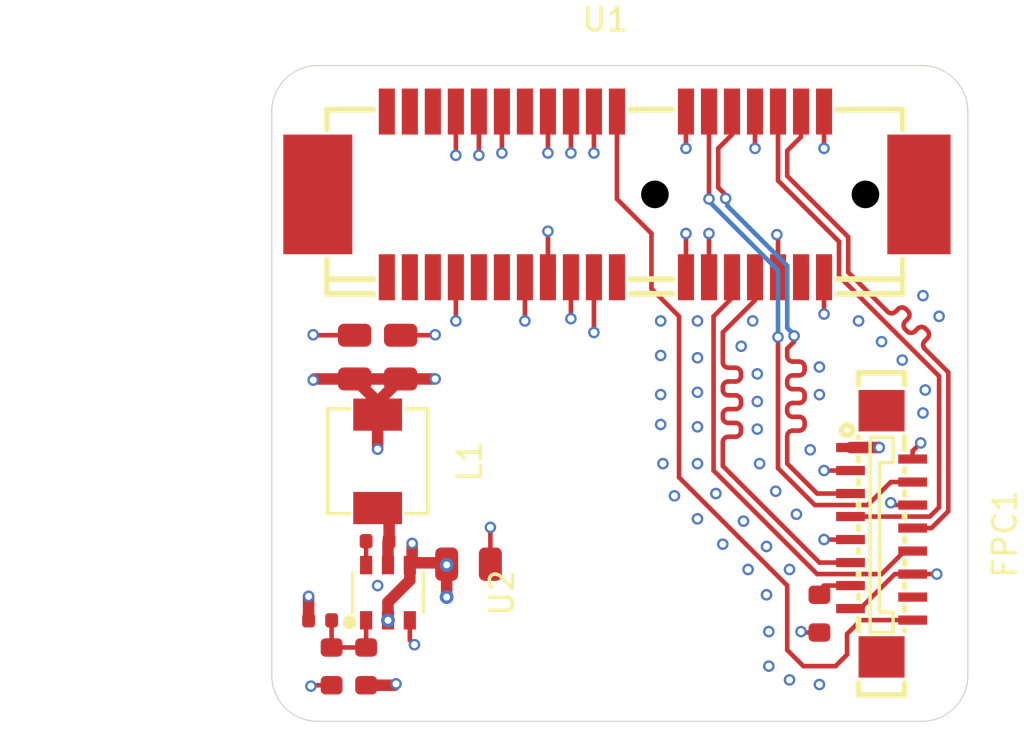
<source format=kicad_pcb>
(kicad_pcb (version 20241229) (generator "pcbnew") (generator_version "9.0")
  (title_block (title "Equip-1 PCIe Connector") (date "2025-09-09") (company "Computer Equipment Group"))
  (layers (0 "F.Cu" signal) (4 "In1.Cu" signal) (6 "In2.Cu" signal) (2 "B.Cu" signal) (13 "F.Paste" user) (15 "B.Paste" user) (5 "F.SilkS" user "F.Silkscreen") (7 "B.SilkS" user "B.Silkscreen") (1 "F.Mask" user) (3 "B.Mask" user) (25 "Edge.Cuts" user))
  (net 0 "")
  (net 1 "+5V")
  (net 2 "GND")
  (net 3 "Net-(U2-BOOT)")
  (net 4 "+3.3V")
  (net 5 "/PCIE_TX_P")
  (net 6 "/PCIE_TX_N")
  (net 7 "/PCIE_RX_N")
  (net 8 "/PCIE_CLK_N")
  (net 9 "/PCIE_CLK_P")
  (net 10 "/PCIE_RST_B")
  (net 11 "/PCIE_RX_P")
  (net 12 "Net-(U2-FB)")
  (net 24 "Net-(U2-LX)")
  (net 28 "Net-(FPC1-Pad13)")
  (footprint "PCM_JLCPCB:R_0603" (layer "F.Cu") (at 51.8 43.32 90)
    (property "Reference" "R1" (hide yes))
    (property "Value" "10kΩ")
    (pad "1" smd roundrect (at -0.82 0 90) (size 0.8 0.95) (layers "F.Cu" "F.Mask" "F.Paste") (net 4 "+3.3V"))
    (pad "2" smd roundrect (at 0.82 0 90) (size 0.8 0.95) (layers "F.Cu" "F.Mask" "F.Paste") (net 28 "Net-(FPC1-Pad13)"))
  )
  (footprint "PCM_JLCPCB:R_0603" (layer "F.Cu") (at 32.1 45.61 90)
    (property "Reference" "R2" (hide yes))
    (property "Value" "91kΩ")
    (pad "1" smd roundrect (at -0.82 0 90) (size 0.8 0.95) (layers "F.Cu" "F.Mask" "F.Paste") (net 4 "+3.3V"))
    (pad "2" smd roundrect (at 0.82 0 90) (size 0.8 0.95) (layers "F.Cu" "F.Mask" "F.Paste") (net 12 "Net-(U2-FB)"))
  )
  (footprint "PCM_JLCPCB:C_0805" (layer "F.Cu") (at 31.6 32.17 90)
    (property "Reference" "C5" (hide yes))
    (property "Value" "22uF")
    (pad "1" smd roundrect (at -0.95 0 90) (size 1 1.45) (layers "F.Cu" "F.Mask" "F.Paste") (net 4 "+3.3V"))
    (pad "2" smd roundrect (at 0.95 0 90) (size 1 1.45) (layers "F.Cu" "F.Mask" "F.Paste") (net 2 "GND"))
  )
  (footprint "easyeda2kicad:CONN-SMD_X3113WVS-36-9TV01" (layer "F.Cu") (at 42.5 25.1)
    (property "Reference" "U1" (at 0 -7.6 0) (layer "F.SilkS"))
    (property "Value" "X3113WVS-36-9TV01")
    (fp_line (start -12.1 -3.68) (end -12.1 -2.83) (stroke (width 0.25)) (layer "F.SilkS"))
    (fp_line (start -12.1 2.83) (end -12.1 3.68) (stroke (width 0.25)) (layer "F.SilkS"))
    (fp_line (start -12.1 3.68) (end -12.1 4.32) (stroke (width 0.25)) (layer "F.SilkS"))
    (fp_line (start -12.1 3.68) (end -10.08 3.68) (stroke (width 0.25)) (layer "F.SilkS"))
    (fp_line (start -10.08 -3.68) (end -12.1 -3.68) (stroke (width 0.25)) (layer "F.SilkS"))
    (fp_line (start -10.08 4.32) (end -12.1 4.32) (stroke (width 0.25)) (layer "F.SilkS"))
    (fp_line (start 1.08 3.68) (end 2.92 3.68) (stroke (width 0.25)) (layer "F.SilkS"))
    (fp_line (start 2.92 -3.68) (end 1.08 -3.68) (stroke (width 0.25)) (layer "F.SilkS"))
    (fp_line (start 2.92 4.32) (end 1.08 4.32) (stroke (width 0.25)) (layer "F.SilkS"))
    (fp_line (start 10.08 3.68) (end 10.78 3.68) (stroke (width 0.25)) (layer "F.SilkS"))
    (fp_line (start 10.78 -3.68) (end 10.08 -3.68) (stroke (width 0.25)) (layer "F.SilkS"))
    (fp_line (start 10.78 -3.68) (end 12.92 -3.68) (stroke (width 0.25)) (layer "F.SilkS"))
    (fp_line (start 10.78 4.32) (end 10.08 4.32) (stroke (width 0.25)) (layer "F.SilkS"))
    (fp_line (start 12.92 -3.68) (end 12.92 -2.83) (stroke (width 0.25)) (layer "F.SilkS"))
    (fp_line (start 12.92 2.83) (end 12.92 3.68) (stroke (width 0.25)) (layer "F.SilkS"))
    (fp_line (start 12.92 3.68) (end 10.78 3.68) (stroke (width 0.25)) (layer "F.SilkS"))
    (fp_line (start 12.92 3.68) (end 12.92 4.32) (stroke (width 0.25)) (layer "F.SilkS"))
    (fp_line (start 12.92 4.32) (end 10.78 4.32) (stroke (width 0.25)) (layer "F.SilkS"))
    (pad "" np_thru_hole circle (at 2.15 0) (size 1.2 1.2) (drill 1.2) (layers "*.Mask"))
    (pad "" np_thru_hole circle (at 11.3 0) (size 1.2 1.2) (drill 1.2) (layers "*.Mask"))
    (pad "1" smd rect (at -9.5 -3.6) (size 0.7 2) (layers "F.Cu" "F.Mask" "F.Paste"))
    (pad "2" smd rect (at -8.5 -3.6) (size 0.7 2) (layers "F.Cu" "F.Mask" "F.Paste"))
    (pad "3" smd rect (at -7.5 -3.6) (size 0.7 2) (layers "F.Cu" "F.Mask" "F.Paste"))
    (pad "4" smd rect (at -6.5 -3.6) (size 0.7 2) (layers "F.Cu" "F.Mask" "F.Paste") (net 2 "GND"))
    (pad "5" smd rect (at -5.5 -3.6) (size 0.7 2) (layers "F.Cu" "F.Mask" "F.Paste") (net 4 "+3.3V"))
    (pad "6" smd rect (at -4.5 -3.6) (size 0.7 2) (layers "F.Cu" "F.Mask" "F.Paste") (net 4 "+3.3V"))
    (pad "7" smd rect (at -3.5 -3.6) (size 0.7 2) (layers "F.Cu" "F.Mask" "F.Paste"))
    (pad "8" smd rect (at -2.5 -3.6) (size 0.7 2) (layers "F.Cu" "F.Mask" "F.Paste") (net 4 "+3.3V"))
    (pad "9" smd rect (at -1.5 -3.6) (size 0.7 2) (layers "F.Cu" "F.Mask" "F.Paste") (net 4 "+3.3V"))
    (pad "10" smd rect (at -0.5 -3.6) (size 0.7 2) (layers "F.Cu" "F.Mask" "F.Paste") (net 4 "+3.3V"))
    (pad "11" smd rect (at 0.5 -3.6) (size 0.7 2) (layers "F.Cu" "F.Mask" "F.Paste") (net 10 "/PCIE_RST_B"))
    (pad "12" smd rect (at 3.5 -3.6) (size 0.7 2) (layers "F.Cu" "F.Mask" "F.Paste") (net 2 "GND"))
    (pad "13" smd rect (at 4.5 -3.6) (size 0.7 2) (layers "F.Cu" "F.Mask" "F.Paste") (net 9 "/PCIE_CLK_P"))
    (pad "14" smd rect (at 5.5 -3.6) (size 0.7 2) (layers "F.Cu" "F.Mask" "F.Paste") (net 8 "/PCIE_CLK_N"))
    (pad "15" smd rect (at 6.5 -3.6) (size 0.7 2) (layers "F.Cu" "F.Mask" "F.Paste") (net 2 "GND"))
    (pad "16" smd rect (at 7.5 -3.6) (size 0.7 2) (layers "F.Cu" "F.Mask" "F.Paste") (net 11 "/PCIE_RX_P"))
    (pad "17" smd rect (at 8.5 -3.6) (size 0.7 2) (layers "F.Cu" "F.Mask" "F.Paste") (net 7 "/PCIE_RX_N"))
    (pad "18" smd rect (at 9.5 -3.6) (size 0.7 2) (layers "F.Cu" "F.Mask" "F.Paste") (net 2 "GND"))
    (pad "19" smd rect (at -9.5 3.6) (size 0.7 2) (layers "F.Cu" "F.Mask" "F.Paste"))
    (pad "20" smd rect (at -8.5 3.6) (size 0.7 2) (layers "F.Cu" "F.Mask" "F.Paste"))
    (pad "21" smd rect (at -7.5 3.6) (size 0.7 2) (layers "F.Cu" "F.Mask" "F.Paste"))
    (pad "22" smd rect (at -6.5 3.6) (size 0.7 2) (layers "F.Cu" "F.Mask" "F.Paste") (net 2 "GND"))
    (pad "23" smd rect (at -5.5 3.6) (size 0.7 2) (layers "F.Cu" "F.Mask" "F.Paste"))
    (pad "24" smd rect (at -4.5 3.6) (size 0.7 2) (layers "F.Cu" "F.Mask" "F.Paste"))
    (pad "25" smd rect (at -3.5 3.6) (size 0.7 2) (layers "F.Cu" "F.Mask" "F.Paste") (net 2 "GND"))
    (pad "26" smd rect (at -2.5 3.6) (size 0.7 2) (layers "F.Cu" "F.Mask" "F.Paste") (net 4 "+3.3V"))
    (pad "27" smd rect (at -1.5 3.6) (size 0.7 2) (layers "F.Cu" "F.Mask" "F.Paste") (net 4 "+3.3V"))
    (pad "28" smd rect (at -0.5 3.6) (size 0.7 2) (layers "F.Cu" "F.Mask" "F.Paste") (net 4 "+3.3V"))
    (pad "29" smd rect (at 0.5 3.6) (size 0.7 2) (layers "F.Cu" "F.Mask" "F.Paste"))
    (pad "30" smd rect (at 3.5 3.6) (size 0.7 2) (layers "F.Cu" "F.Mask" "F.Paste") (net 2 "GND"))
    (pad "31" smd rect (at 4.5 3.6) (size 0.7 2) (layers "F.Cu" "F.Mask" "F.Paste") (net 2 "GND"))
    (pad "32" smd rect (at 5.5 3.6) (size 0.7 2) (layers "F.Cu" "F.Mask" "F.Paste") (net 5 "/PCIE_TX_P"))
    (pad "33" smd rect (at 6.5 3.6) (size 0.7 2) (layers "F.Cu" "F.Mask" "F.Paste") (net 6 "/PCIE_TX_N"))
    (pad "34" smd rect (at 7.5 3.6) (size 0.7 2) (layers "F.Cu" "F.Mask" "F.Paste") (net 2 "GND"))
    (pad "35" smd rect (at 8.5 3.6) (size 0.7 2) (layers "F.Cu" "F.Mask" "F.Paste"))
    (pad "36" smd rect (at 9.5 3.6) (size 0.7 2) (layers "F.Cu" "F.Mask" "F.Paste") (net 2 "GND"))
    (pad "37" smd rect (at -12.5 0) (size 3 5.2) (layers "F.Cu" "F.Mask" "F.Paste"))
    (pad "37" smd rect (at 13.625 0) (size 2.75 5.2) (layers "F.Cu" "F.Mask" "F.Paste"))
  )
  (footprint "easyeda2kicad:IND-SMD_L4.4-W4.2" (layer "F.Cu") (at 32.6 36.7 -90)
    (property "Reference" "L1" (at 0 -4 90) (layer "F.SilkS"))
    (property "Value" "1.5uH")
    (fp_line (start -2.28 2.18) (end 2.28 2.18) (stroke (width 0.15)) (layer "F.SilkS"))
    (fp_line (start 2.28 2.18) (end 2.28 1.21) (stroke (width 0.15)) (layer "F.SilkS"))
    (fp_line (start -2.28 1.21) (end -2.28 2.18) (stroke (width 0.15)) (layer "F.SilkS"))
    (fp_line (start -2.28 -1.21) (end -2.28 -2.18) (stroke (width 0.15)) (layer "F.SilkS"))
    (fp_line (start -2.28 -2.18) (end 2.28 -2.18) (stroke (width 0.15)) (layer "F.SilkS"))
    (fp_line (start 2.28 -2.18) (end 2.28 -1.21) (stroke (width 0.15)) (layer "F.SilkS"))
    (pad "1" smd rect (at 2.03 0 270) (size 1.4 2.12) (layers "F.Cu" "F.Mask" "F.Paste") (net 24 "Net-(U2-LX)"))
    (pad "2" smd rect (at -2.03 0 270) (size 1.4 2.12) (layers "F.Cu" "F.Mask" "F.Paste") (net 4 "+3.3V"))
  )
  (footprint "easyeda2kicad:FPC-SMD_16P-P0.50_HDGC_0.5K-A-16PB" (layer "F.Cu") (at 54.5 39.85 -90)
    (property "Reference" "FPC1" (at 0 -5.35 90) (layer "F.SilkS"))
    (property "Value" "0.5K-A-16PB")
    (fp_line (start -7 1) (end -7 -0.51) (stroke (width 0.25)) (layer "F.SilkS"))
    (fp_line (start -6.48 1) (end -7 1) (stroke (width 0.25)) (layer "F.SilkS"))
    (fp_line (start -4.18 1) (end -4.22 1) (stroke (width 0.25)) (layer "F.SilkS"))
    (fp_line (start -3.18 1) (end -3.32 1) (stroke (width 0.25)) (layer "F.SilkS"))
    (fp_line (start -2.18 1) (end -2.32 1) (stroke (width 0.25)) (layer "F.SilkS"))
    (fp_line (start -1.18 1) (end -1.32 1) (stroke (width 0.25)) (layer "F.SilkS"))
    (fp_line (start -0.18 1) (end -0.32 1) (stroke (width 0.25)) (layer "F.SilkS"))
    (fp_line (start 0.82 1) (end 0.68 1) (stroke (width 0.25)) (layer "F.SilkS"))
    (fp_line (start 1.82 1) (end 1.68 1) (stroke (width 0.25)) (layer "F.SilkS"))
    (fp_line (start 2.82 1) (end 2.68 1) (stroke (width 0.25)) (layer "F.SilkS"))
    (fp_line (start 3.68 1) (end 4.22 1) (stroke (width 0.25)) (layer "F.SilkS"))
    (fp_line (start 6.48 1) (end 7 1) (stroke (width 0.25)) (layer "F.SilkS"))
    (fp_line (start -4.2 0.5) (end 4.2 0.5) (stroke (width 0.15)) (layer "F.SilkS"))
    (fp_line (start 4.2 0.5) (end 4.3 0.5) (stroke (width 0.15)) (layer "F.SilkS"))
    (fp_line (start 4.3 0.5) (end 4.3 -0.5) (stroke (width 0.15)) (layer "F.SilkS"))
    (fp_line (start -3.1 0.1) (end -3.1 -0.5) (stroke (width 0.15)) (layer "F.SilkS"))
    (fp_line (start 3.4 0.1) (end -3.1 0.1) (stroke (width 0.15)) (layer "F.SilkS"))
    (fp_line (start -4.2 -0.5) (end -4.2 0.5) (stroke (width 0.15)) (layer "F.SilkS"))
    (fp_line (start -3.1 -0.5) (end -4.2 -0.5) (stroke (width 0.15)) (layer "F.SilkS"))
    (fp_line (start 3.4 -0.5) (end 3.4 0.1) (stroke (width 0.15)) (layer "F.SilkS"))
    (fp_line (start 3.9 -0.5) (end 3.4 -0.5) (stroke (width 0.15)) (layer "F.SilkS"))
    (fp_line (start 4.3 -0.5) (end 3.9 -0.5) (stroke (width 0.15)) (layer "F.SilkS"))
    (fp_line (start -7 -0.51) (end -7 -1) (stroke (width 0.25)) (layer "F.SilkS"))
    (fp_line (start -7 -1) (end -6.5 -1) (stroke (width 0.25)) (layer "F.SilkS"))
    (fp_line (start -6.5 -1) (end -6.48 -1) (stroke (width 0.25)) (layer "F.SilkS"))
    (fp_line (start -4.22 -1) (end -3.68 -1) (stroke (width 0.25)) (layer "F.SilkS"))
    (fp_line (start -2.82 -1) (end -2.68 -1) (stroke (width 0.25)) (layer "F.SilkS"))
    (fp_line (start -1.82 -1) (end -1.68 -1) (stroke (width 0.25)) (layer "F.SilkS"))
    (fp_line (start -0.82 -1) (end -0.68 -1) (stroke (width 0.25)) (layer "F.SilkS"))
    (fp_line (start 0.18 -1) (end 0.32 -1) (stroke (width 0.25)) (layer "F.SilkS"))
    (fp_line (start 1.18 -1) (end 1.32 -1) (stroke (width 0.25)) (layer "F.SilkS"))
    (fp_line (start 2.18 -1) (end 2.32 -1) (stroke (width 0.25)) (layer "F.SilkS"))
    (fp_line (start 3.18 -1) (end 3.32 -1) (stroke (width 0.25)) (layer "F.SilkS"))
    (fp_line (start 4.18 -1) (end 4.22 -1) (stroke (width 0.25)) (layer "F.SilkS"))
    (fp_line (start 6.48 -1) (end 7 -1) (stroke (width 0.25)) (layer "F.SilkS"))
    (fp_line (start 7 -1) (end 7 1) (stroke (width 0.25)) (layer "F.SilkS"))
    (fp_circle (center -4.5 1.5) (end -4.39 1.5) (stroke (width 0.25)) (fill no) (layer "F.SilkS"))
    (pad "1" smd rect (at -3.75 1.35 270) (size 0.4 1.25) (layers "F.Cu" "F.Mask" "F.Paste") (net 1 "+5V"))
    (pad "2" smd rect (at -3.25 -1.35 270) (size 0.4 1.25) (layers "F.Cu" "F.Mask" "F.Paste") (net 1 "+5V"))
    (pad "3" smd rect (at -2.75 1.35 270) (size 0.4 1.25) (layers "F.Cu" "F.Mask" "F.Paste") (net 2 "GND"))
    (pad "4" smd rect (at -2.25 -1.35 270) (size 0.4 1.25) (layers "F.Cu" "F.Mask" "F.Paste") (net 9 "/PCIE_CLK_P"))
    (pad "5" smd rect (at -1.75 1.35 270) (size 0.4 1.25) (layers "F.Cu" "F.Mask" "F.Paste") (net 8 "/PCIE_CLK_N"))
    (pad "6" smd rect (at -1.25 -1.35 270) (size 0.4 1.25) (layers "F.Cu" "F.Mask" "F.Paste") (net 2 "GND"))
    (pad "7" smd rect (at -0.75 1.35 270) (size 0.4 1.25) (layers "F.Cu" "F.Mask" "F.Paste") (net 11 "/PCIE_RX_P"))
    (pad "8" smd rect (at -0.25 -1.35 270) (size 0.4 1.25) (layers "F.Cu" "F.Mask" "F.Paste") (net 7 "/PCIE_RX_N"))
    (pad "9" smd rect (at 0.25 1.35 270) (size 0.4 1.25) (layers "F.Cu" "F.Mask" "F.Paste") (net 2 "GND"))
    (pad "10" smd rect (at 0.75 -1.35 270) (size 0.4 1.25) (layers "F.Cu" "F.Mask" "F.Paste") (net 5 "/PCIE_TX_P"))
    (pad "11" smd rect (at 1.25 1.35 270) (size 0.4 1.25) (layers "F.Cu" "F.Mask" "F.Paste") (net 6 "/PCIE_TX_N"))
    (pad "12" smd rect (at 1.75 -1.35 270) (size 0.4 1.25) (layers "F.Cu" "F.Mask" "F.Paste") (net 2 "GND"))
    (pad "13" smd rect (at 2.25 1.35 270) (size 0.4 1.25) (layers "F.Cu" "F.Mask" "F.Paste") (net 28 "Net-(FPC1-Pad13)"))
    (pad "14" smd rect (at 2.75 -1.35 270) (size 0.4 1.25) (layers "F.Cu" "F.Mask" "F.Paste"))
    (pad "15" smd rect (at 3.25 1.35 270) (size 0.4 1.25) (layers "F.Cu" "F.Mask" "F.Paste") (net 2 "GND"))
    (pad "16" smd rect (at 3.75 -1.35 270) (size 0.4 1.25) (layers "F.Cu" "F.Mask" "F.Paste") (net 10 "/PCIE_RST_B"))
    (pad "17" smd rect (at 5.35 0 270) (size 1.8 2) (layers "F.Cu" "F.Mask" "F.Paste"))
    (pad "18" smd rect (at -5.35 0 270) (size 1.8 2) (layers "F.Cu" "F.Mask" "F.Paste"))
  )
  (footprint "PCM_JLCPCB:R_0603" (layer "F.Cu") (at 30.6 45.61 -90)
    (property "Reference" "R3" (hide yes))
    (property "Value" "20kΩ")
    (pad "1" smd roundrect (at -0.82 0 270) (size 0.8 0.95) (layers "F.Cu" "F.Mask" "F.Paste") (net 12 "Net-(U2-FB)"))
    (pad "2" smd roundrect (at 0.82 0 270) (size 0.8 0.95) (layers "F.Cu" "F.Mask" "F.Paste") (net 2 "GND"))
  )
  (footprint "PCM_JLCPCB:C_0805" (layer "F.Cu") (at 36.55 41.17)
    (property "Reference" "C1" (hide yes))
    (property "Value" "22uF")
    (pad "1" smd roundrect (at -0.95 0) (size 1 1.45) (layers "F.Cu" "F.Mask" "F.Paste") (net 1 "+5V"))
    (pad "2" smd roundrect (at 0.95 0) (size 1 1.45) (layers "F.Cu" "F.Mask" "F.Paste") (net 2 "GND"))
  )
  (footprint "easyeda2kicad:TSOT-23-6_L2.9-W1.6-P0.95-LS2.8-BR" (layer "F.Cu") (at 33.05 42.41 -90)
    (property "Reference" "U2" (at 0 -4.95 90) (layer "F.SilkS"))
    (property "Value" "RT6254BHGJ6F")
    (fp_line (start 0.88 1.53) (end -0.88 1.53) (stroke (width 0.15)) (layer "F.SilkS"))
    (fp_line (start 0.88 -1.53) (end -0.88 -1.53) (stroke (width 0.15)) (layer "F.SilkS"))
    (fp_circle (center 1.29 1.67) (end 1.44 1.67) (stroke (width 0.3)) (fill no) (layer "F.SilkS"))
    (pad "1" smd rect (at 1.2 0.95 270) (size 0.8 0.53) (layers "F.Cu" "F.Mask" "F.Paste") (net 12 "Net-(U2-FB)"))
    (pad "2" smd rect (at 1.2 0 270) (size 0.8 0.53) (layers "F.Cu" "F.Mask" "F.Paste") (net 1 "+5V"))
    (pad "3" smd rect (at 1.2 -0.95 270) (size 0.8 0.53) (layers "F.Cu" "F.Mask" "F.Paste") (net 2 "GND"))
    (pad "4" smd rect (at -1.2 -0.95 270) (size 0.8 0.53) (layers "F.Cu" "F.Mask" "F.Paste") (net 1 "+5V"))
    (pad "5" smd rect (at -1.2 0 270) (size 0.8 0.53) (layers "F.Cu" "F.Mask" "F.Paste") (net 24 "Net-(U2-LX)"))
    (pad "6" smd rect (at -1.2 0.95 270) (size 0.8 0.53) (layers "F.Cu" "F.Mask" "F.Paste") (net 3 "Net-(U2-BOOT)"))
  )
  (footprint "PCM_JLCPCB:C_0402" (layer "F.Cu") (at 32.6 40.17)
    (property "Reference" "C2" (hide yes))
    (property "Value" "100nF")
    (pad "1" smd roundrect (at -0.5 0) (size 0.56 0.62) (layers "F.Cu" "F.Mask" "F.Paste") (net 3 "Net-(U2-BOOT)"))
    (pad "2" smd roundrect (at 0.5 0) (size 0.56 0.62) (layers "F.Cu" "F.Mask" "F.Paste") (net 24 "Net-(U2-LX)"))
  )
  (footprint "PCM_JLCPCB:C_0402" (layer "F.Cu") (at 30.1 43.61)
    (property "Reference" "C3" (hide yes))
    (property "Value" "47pF")
    (pad "1" smd roundrect (at -0.5 0) (size 0.56 0.62) (layers "F.Cu" "F.Mask" "F.Paste") (net 4 "+3.3V"))
    (pad "2" smd roundrect (at 0.5 0) (size 0.56 0.62) (layers "F.Cu" "F.Mask" "F.Paste") (net 12 "Net-(U2-FB)"))
  )
  (footprint "PCM_JLCPCB:C_0805" (layer "F.Cu") (at 33.6 32.17 90)
    (property "Reference" "C4" (hide yes))
    (property "Value" "22uF")
    (pad "1" smd roundrect (at -0.95 0 90) (size 1 1.45) (layers "F.Cu" "F.Mask" "F.Paste") (net 4 "+3.3V"))
    (pad "2" smd roundrect (at 0.95 0 90) (size 1 1.45) (layers "F.Cu" "F.Mask" "F.Paste") (net 2 "GND"))
  )
  (gr_arc (start 58.25 46) (mid 57.664214 47.414214) (end 56.25 48) (stroke (width 0.05)) (layer "Edge.Cuts"))
  (gr_line (start 56.25 48) (end 30 48) (stroke (width 0.05)) (layer "Edge.Cuts"))
  (gr_arc (start 28 21.5) (mid 28.585786 20.085786) (end 30 19.5) (stroke (width 0.05)) (layer "Edge.Cuts"))
  (gr_arc (start 56.25 19.5) (mid 57.664214 20.085786) (end 58.25 21.5) (stroke (width 0.05)) (layer "Edge.Cuts"))
  (gr_arc (start 30 48) (mid 28.585786 47.414214) (end 28 46) (stroke (width 0.05)) (layer "Edge.Cuts"))
  (gr_line (start 30 19.5) (end 56.25 19.5) (stroke (width 0.05)) (layer "Edge.Cuts"))
  (gr_line (start 58.25 21.5) (end 58.25 46) (stroke (width 0.05)) (layer "Edge.Cuts"))
  (gr_line (start 28 46) (end 28 21.5) (stroke (width 0.05)) (layer "Edge.Cuts"))
  (segment (start 34 41.87) (end 33.05 42.82) (width 0.5) (layer "F.Cu") (net 1))
  (segment (start 55.85 36.6) (end 55.85 36.25) (width 0.2) (layer "F.Cu") (net 1))
  (segment (start 35.6 41.2) (end 35.6 42.6) (width 0.5) (layer "F.Cu") (net 1))
  (segment (start 34.1 41.11) (end 35.54 41.11) (width 0.5) (layer "F.Cu") (net 1))
  (segment (start 35.6 41.17) (end 35.6 41.2) (width 0.5) (layer "F.Cu") (net 1))
  (segment (start 34.04 41.17) (end 34.1 41.11) (width 0.2) (layer "F.Cu") (net 1))
  (segment (start 34 41.21) (end 34 41.87) (width 0.5) (layer "F.Cu") (net 1))
  (segment (start 34.04 41.17) (end 34 41.21) (width 0.2) (layer "F.Cu") (net 1))
  (segment (start 55.85 36.25) (end 56.2 35.9) (width 0.2) (layer "F.Cu") (net 1))
  (segment (start 34.1 41.11) (end 34.1 40.27) (width 0.5) (layer "F.Cu") (net 1))
  (segment (start 53.15 36.1) (end 54.4 36.1) (width 0.5) (layer "F.Cu") (net 1))
  (segment (start 35.54 41.11) (end 35.6 41.17) (width 0.2) (layer "F.Cu") (net 1))
  (segment (start 33.05 42.82) (end 33.05 43.61) (width 0.5) (layer "F.Cu") (net 1))
  (via (at 54.4 36.1) (size 0.5) (drill 0.3) (layers "F.Cu" "B.Cu") (net 1))
  (via (at 33.05 43.61) (size 0.6) (drill 0.3) (layers "F.Cu" "B.Cu") (net 1))
  (via (at 35.6 42.6) (size 0.6) (drill 0.3) (layers "F.Cu" "B.Cu") (net 1))
  (via (at 35.6 41.2) (size 0.6) (drill 0.3) (layers "F.Cu" "B.Cu") (net 1))
  (via (at 34.1 40.27) (size 0.5) (drill 0.3) (layers "F.Cu" "B.Cu") (net 1))
  (via (at 56.2 35.9) (size 0.5) (drill 0.3) (layers "F.Cu" "B.Cu") (net 1))
  (segment (start 55 38.6) (end 54.9 38.5) (width 0.2) (layer "F.Cu") (net 2))
  (segment (start 53.15 43.1) (end 53.575 43.1) (width 0.2) (layer "F.Cu") (net 2))
  (segment (start 53.15 37.1) (end 52 37.1) (width 0.2) (layer "F.Cu") (net 2))
  (segment (start 37.5 41.17) (end 37.5 39.57) (width 0.2) (layer "F.Cu") (net 2))
  (segment (start 55.85 41.6) (end 56.9 41.6) (width 0.2) (layer "F.Cu") (net 2))
  (segment (start 35.08 31.22) (end 35.1 31.2) (width 0.2) (layer "F.Cu") (net 2))
  (segment (start 55.85 38.6) (end 55 38.6) (width 0.2) (layer "F.Cu") (net 2))
  (segment (start 29.74 46.43) (end 29.7 46.47) (width 0.2) (layer "F.Cu") (net 2))
  (segment (start 36 28.7) (end 36 30.6) (width 0.2) (layer "F.Cu") (net 2))
  (segment (start 34 44.47) (end 34.2 44.67) (width 0.2) (layer "F.Cu") (net 2))
  (segment (start 36 21.5) (end 36 23.4) (width 0.2) (layer "F.Cu") (net 2))
  (segment (start 46 28.7) (end 46 26.8) (width 0.2) (layer "F.Cu") (net 2))
  (segment (start 49 21.5) (end 49 23.1) (width 0.2) (layer "F.Cu") (net 2))
  (segment (start 52 28.7) (end 52 30.3) (width 0.2) (layer "F.Cu") (net 2))
  (segment (start 31.6 31.22) (end 29.82 31.22) (width 0.2) (layer "F.Cu") (net 2))
  (segment (start 46 21.5) (end 46 23.1) (width 0.2) (layer "F.Cu") (net 2))
  (segment (start 55.075 41.6) (end 55.85 41.6) (width 0.2) (layer "F.Cu") (net 2))
  (segment (start 53.575 43.1) (end 55.075 41.6) (width 0.2) (layer "F.Cu") (net 2))
  (segment (start 47 28.7) (end 47 26.8) (width 0.2) (layer "F.Cu") (net 2))
  (segment (start 50 26.9) (end 49.95 26.85) (width 0.2) (layer "F.Cu") (net 2))
  (segment (start 34 43.61) (end 34 44.47) (width 0.2) (layer "F.Cu") (net 2))
  (segment (start 53.15 40.1) (end 52 40.1) (width 0.2) (layer "F.Cu") (net 2))
  (segment (start 33.6 31.22) (end 35.08 31.22) (width 0.2) (layer "F.Cu") (net 2))
  (segment (start 39 28.7) (end 39 30.6) (width 0.2) (layer "F.Cu") (net 2))
  (segment (start 29.82 31.22) (end 29.8 31.2) (width 0.2) (layer "F.Cu") (net 2))
  (segment (start 49.95 26.85) (end 49.9 26.8) (width 0.2) (layer "F.Cu") (net 2))
  (segment (start 52 21.5) (end 52 23.1) (width 0.2) (layer "F.Cu") (net 2))
  (segment (start 50 28.7) (end 50 26.9) (width 0.2) (layer "F.Cu") (net 2))
  (segment (start 30.6 46.43) (end 29.74 46.43) (width 0.2) (layer "F.Cu") (net 2))
  (via (at 51.8 33.8) (size 0.5) (drill 0.3) (layers "F.Cu" "B.Cu") (net 2))
  (via (at 48.9 30.6) (size 0.5) (drill 0.3) (layers "F.Cu" "B.Cu") (net 2))
  (via (at 49.1 35.3) (size 0.5) (drill 0.3) (layers "F.Cu" "B.Cu") (net 2))
  (via (at 45 36.8) (size 0.5) (drill 0.3) (layers "F.Cu" "B.Cu") (net 2))
  (via (at 49.5 42.5) (size 0.5) (drill 0.3) (layers "F.Cu" "B.Cu") (net 2))
  (via (at 50.5 41.4) (size 0.5) (drill 0.3) (layers "F.Cu" "B.Cu") (net 2))
  (via (at 54.5 31.5) (size 0.5) (drill 0.3) (layers "F.Cu" "B.Cu") (net 2))
  (via (at 44.9 30.6) (size 0.5) (drill 0.3) (layers "F.Cu" "B.Cu") (net 2))
  (via (at 52 30.3) (size 0.5) (drill 0.3) (layers "F.Cu" "B.Cu") (net 2))
  (via (at 54.9 38.5) (size 0.5) (drill 0.3) (layers "F.Cu" "B.Cu") (net 2))
  (via (at 52 40.1) (size 0.5) (drill 0.3) (layers "F.Cu" "B.Cu") (net 2))
  (via (at 35.1 31.2) (size 0.5) (drill 0.3) (layers "F.Cu" "B.Cu") (net 2))
  (via (at 45.5 38.2) (size 0.5) (drill 0.3) (layers "F.Cu" "B.Cu") (net 2))
  (via (at 48.4 31.7) (size 0.5) (drill 0.3) (layers "F.Cu" "B.Cu") (net 2))
  (via (at 56.3 34.6) (size 0.5) (drill 0.3) (layers "F.Cu" "B.Cu") (net 2))
  (via (at 46 26.8) (size 0.5) (drill 0.3) (layers "F.Cu" "B.Cu") (net 2))
  (via (at 51.4 36.2) (size 0.5) (drill 0.3) (layers "F.Cu" "B.Cu") (net 2))
  (via (at 48.7 41.4) (size 0.5) (drill 0.3) (layers "F.Cu" "B.Cu") (net 2))
  (via (at 56.9 41.6) (size 0.5) (drill 0.3) (layers "F.Cu" "B.Cu") (net 2))
  (via (at 36 30.6) (size 0.5) (drill 0.3) (layers "F.Cu" "B.Cu") (net 2))
  (via (at 49.6 44.1) (size 0.5) (drill 0.3) (layers "F.Cu" "B.Cu") (net 2))
  (via (at 49.95 26.85) (size 0.5) (drill 0.3) (layers "F.Cu" "B.Cu") (net 2))
  (via (at 49.9 38) (size 0.5) (drill 0.3) (layers "F.Cu" "B.Cu") (net 2))
  (via (at 49.1 34.1) (size 0.5) (drill 0.3) (layers "F.Cu" "B.Cu") (net 2))
  (via (at 37.5 39.57) (size 0.5) (drill 0.3) (layers "F.Cu" "B.Cu") (net 2))
  (via (at 46.5 35.2) (size 0.5) (drill 0.3) (layers "F.Cu" "B.Cu") (net 2))
  (via (at 47.3 38.1) (size 0.5) (drill 0.3) (layers "F.Cu" "B.Cu") (net 2))
  (via (at 39 30.6) (size 0.5) (drill 0.3) (layers "F.Cu" "B.Cu") (net 2))
  (via (at 49 23.1) (size 0.5) (drill 0.3) (layers "F.Cu" "B.Cu") (net 2))
  (via (at 47 26.8) (size 0.5) (drill 0.3) (layers "F.Cu" "B.Cu") (net 2))
  (via (at 36 23.4) (size 0.5) (drill 0.3) (layers "F.Cu" "B.Cu") (net 2))
  (via (at 46.5 30.6) (size 0.5) (drill 0.3) (layers "F.Cu" "B.Cu") (net 2))
  (via (at 29.8 31.2) (size 0.5) (drill 0.3) (layers "F.Cu" "B.Cu") (net 2))
  (via (at 52 23.1) (size 0.5) (drill 0.3) (layers "F.Cu" "B.Cu") (net 2))
  (via (at 51.8 32.6) (size 0.5) (drill 0.3) (layers "F.Cu" "B.Cu") (net 2))
  (via (at 49.6 45.6) (size 0.5) (drill 0.3) (layers "F.Cu" "B.Cu") (net 2))
  (via (at 50.5 46.2) (size 0.5) (drill 0.3) (layers "F.Cu" "B.Cu") (net 2))
  (via (at 46.5 39.2) (size 0.5) (drill 0.3) (layers "F.Cu" "B.Cu") (net 2))
  (via (at 44.9 33.8) (size 0.5) (drill 0.3) (layers "F.Cu" "B.Cu") (net 2))
  (via (at 56.3 29.5) (size 0.5) (drill 0.3) (layers "F.Cu" "B.Cu") (net 2))
  (via (at 32.6 42.1) (size 0.5) (drill 0.3) (layers "F.Cu" "B.Cu") (net 2))
  (via (at 29.7 46.47) (size 0.5) (drill 0.3) (layers "F.Cu" "B.Cu") (net 2))
  (via (at 44.9 32.1) (size 0.5) (drill 0.3) (layers "F.Cu" "B.Cu") (net 2))
  (via (at 46 23.1) (size 0.5) (drill 0.3) (layers "F.Cu" "B.Cu") (net 2))
  (via (at 53.5 30.6) (size 0.5) (drill 0.3) (layers "F.Cu" "B.Cu") (net 2))
  (via (at 44.9 35.1) (size 0.5) (drill 0.3) (layers "F.Cu" "B.Cu") (net 2))
  (via (at 46.5 32.2) (size 0.5) (drill 0.3) (layers "F.Cu" "B.Cu") (net 2))
  (via (at 57 30.4) (size 0.5) (drill 0.3) (layers "F.Cu" "B.Cu") (net 2))
  (via (at 48.5 39.3) (size 0.5) (drill 0.3) (layers "F.Cu" "B.Cu") (net 2))
  (via (at 50.8 39) (size 0.5) (drill 0.3) (layers "F.Cu" "B.Cu") (net 2))
  (via (at 49.2 36.8) (size 0.5) (drill 0.3) (layers "F.Cu" "B.Cu") (net 2))
  (via (at 49.5 40.4) (size 0.5) (drill 0.3) (layers "F.Cu" "B.Cu") (net 2))
  (via (at 52 37.1) (size 0.5) (drill 0.3) (layers "F.Cu" "B.Cu") (net 2))
  (via (at 47.6 40.3) (size 0.5) (drill 0.3) (layers "F.Cu" "B.Cu") (net 2))
  (via (at 56.4 33.6) (size 0.5) (drill 0.3) (layers "F.Cu" "B.Cu") (net 2))
  (via (at 55.4 32.3) (size 0.5) (drill 0.3) (layers "F.Cu" "B.Cu") (net 2))
  (via (at 34.2 44.67) (size 0.5) (drill 0.3) (layers "F.Cu" "B.Cu") (net 2))
  (via (at 49.1 32.9) (size 0.5) (drill 0.3) (layers "F.Cu" "B.Cu") (net 2))
  (via (at 51.8 46.4) (size 0.5) (drill 0.3) (layers "F.Cu" "B.Cu") (net 2))
  (via (at 46.5 36.8) (size 0.5) (drill 0.3) (layers "F.Cu" "B.Cu") (net 2))
  (via (at 46.5 33.7) (size 0.5) (drill 0.3) (layers "F.Cu" "B.Cu") (net 2))
  (segment (start 32.1 41.21) (end 32.1 40.17) (width 0.2) (layer "F.Cu") (net 3))
  (segment (start 40 26.7) (end 40 26.6) (width 0.2) (layer "F.Cu") (net 4))
  (segment (start 32.1 46.43) (end 33.34 46.43) (width 0.5) (layer "F.Cu") (net 4))
  (segment (start 51.04 44.14) (end 51 44.1) (width 0.2) (layer "F.Cu") (net 4))
  (segment (start 32.6 36.17) (end 32.6 36.27) (width 0.2) (layer "F.Cu") (net 4))
  (segment (start 33.4 46.37) (end 33.34 46.43) (width 0.2) (layer "F.Cu") (net 4))
  (segment (start 42 28.7) (end 42 31.1) (width 0.2) (layer "F.Cu") (net 4))
  (segment (start 32.6 34.12) (end 31.6 33.12) (width 0.5) (layer "F.Cu") (net 4))
  (segment (start 32.6 34.67) (end 32.6 34.12) (width 0.2) (layer "F.Cu") (net 4))
  (segment (start 41 28.7) (end 41 30.5) (width 0.2) (layer "F.Cu") (net 4))
  (segment (start 41 21.5) (end 41 23.3) (width 0.2) (layer "F.Cu") (net 4))
  (segment (start 51.8 44.14) (end 51.04 44.14) (width 0.2) (layer "F.Cu") (net 4))
  (segment (start 42 21.5) (end 42 23.3) (width 0.2) (layer "F.Cu") (net 4))
  (segment (start 38 21.5) (end 38 23.3) (width 0.2) (layer "F.Cu") (net 4))
  (segment (start 35.15 33.12) (end 35.2 33.07) (width 0.2) (layer "F.Cu") (net 4))
  (segment (start 31.6 33.12) (end 33.6 33.12) (width 0.5) (layer "F.Cu") (net 4))
  (segment (start 40 21.5) (end 40 23.3) (width 0.2) (layer "F.Cu") (net 4))
  (segment (start 32.6 34.67) (end 32.6 36.17) (width 0.5) (layer "F.Cu") (net 4))
  (segment (start 29.6 43.61) (end 29.6 42.57) (width 0.5) (layer "F.Cu") (net 4))
  (segment (start 33.6 33.12) (end 35.1 33.12) (width 0.5) (layer "F.Cu") (net 4))
  (segment (start 31.6 33.12) (end 29.85 33.12) (width 0.5) (layer "F.Cu") (net 4))
  (segment (start 37 21.5) (end 37 23.4) (width 0.2) (layer "F.Cu") (net 4))
  (segment (start 32.6 34.12) (end 33.6 33.12) (width 0.5) (layer "F.Cu") (net 4))
  (segment (start 40 28.7) (end 40 26.7) (width 0.2) (layer "F.Cu") (net 4))
  (segment (start 29.85 33.12) (end 29.8 33.17) (width 0.2) (layer "F.Cu") (net 4))
  (segment (start 35.1 33.12) (end 35.15 33.12) (width 0.2) (layer "F.Cu") (net 4))
  (via (at 40 26.7) (size 0.5) (drill 0.3) (layers "F.Cu" "B.Cu") (net 4))
  (via (at 29.8 33.17) (size 0.5) (drill 0.3) (layers "F.Cu" "B.Cu") (net 4))
  (via (at 40 23.3) (size 0.5) (drill 0.3) (layers "F.Cu" "B.Cu") (net 4))
  (via (at 42 23.3) (size 0.5) (drill 0.3) (layers "F.Cu" "B.Cu") (net 4))
  (via (at 41 23.3) (size 0.5) (drill 0.3) (layers "F.Cu" "B.Cu") (net 4))
  (via (at 37 23.4) (size 0.5) (drill 0.3) (layers "F.Cu" "B.Cu") (net 4))
  (via (at 32.6 36.17) (size 0.5) (drill 0.3) (layers "F.Cu" "B.Cu") (net 4))
  (via (at 35.1 33.12) (size 0.5) (drill 0.3) (layers "F.Cu" "B.Cu") (net 4))
  (via (at 41 30.5) (size 0.5) (drill 0.3) (layers "F.Cu" "B.Cu") (net 4))
  (via (at 29.6 42.57) (size 0.5) (drill 0.3) (layers "F.Cu" "B.Cu") (net 4))
  (via (at 33.4 46.37) (size 0.5) (drill 0.3) (layers "F.Cu" "B.Cu") (net 4))
  (via (at 38 23.3) (size 0.5) (drill 0.3) (layers "F.Cu" "B.Cu") (net 4))
  (via (at 51 44.1) (size 0.5) (drill 0.3) (layers "F.Cu" "B.Cu") (net 4))
  (via (at 42 31.1) (size 0.5) (drill 0.3) (layers "F.Cu" "B.Cu") (net 4))
  (segment (start 48 28.7) (end 48 29.601) (width 0.2) (layer "F.Cu") (net 5))
  (segment (start 51.7 41.6) (end 54.5 41.6) (width 0.2) (layer "F.Cu") (net 5))
  (segment (start 47.2 33.357955) (end 47.2 37.1) (width 0.2) (layer "F.Cu") (net 5))
  (segment (start 48 29.601) (end 47.2 30.401) (width 0.2) (layer "F.Cu") (net 5))
  (segment (start 47.2 30.401) (end 47.2 32.643202) (width 0.2) (layer "F.Cu") (net 5))
  (segment (start 54.5 41.6) (end 55.5 40.6) (width 0.2) (layer "F.Cu") (net 5))
  (segment (start 47.2 37.1) (end 51.7 41.6) (width 0.2) (layer "F.Cu") (net 5))
  (segment (start 47.2 32.643202) (end 47.2 33.357955) (width 0.2) (layer "F.Cu") (net 5))
  (segment (start 55.5 40.6) (end 55.85 40.6) (width 0.2) (layer "F.Cu") (net 5))
  (segment (start 47.601 35.991305) (end 47.601 36.901) (width 0.2) (layer "F.Cu") (net 6))
  (segment (start 48.391404 32.871305) (end 48.391404 32.991305) (width 0.2) (layer "F.Cu") (net 6))
  (segment (start 47.601 36.901) (end 47.912133 37.212133) (width 0.2) (layer "F.Cu") (net 6))
  (segment (start 48.15138 34.431305) (end 47.841 34.431305) (width 0.2) (layer "F.Cu") (net 6))
  (segment (start 49 29.7) (end 47.6 31.1) (width 0.2) (layer "F.Cu") (net 6))
  (segment (start 47.601 31.101) (end 47.601 32.391305) (width 0.2) (layer "F.Cu") (net 6))
  (segment (start 48.151404 33.231305) (end 47.841 33.231305) (width 0.2) (layer "F.Cu") (net 6))
  (segment (start 47.601 33.471305) (end 47.601 33.591305) (width 0.2) (layer "F.Cu") (net 6))
  (segment (start 47.841 33.831305) (end 48.15138 33.831305) (width 0.2) (layer "F.Cu") (net 6))
  (segment (start 47.601 35.871305) (end 47.601 35.991305) (width 0.2) (layer "F.Cu") (net 6))
  (segment (start 49 28.7) (end 49 29.7) (width 0.2) (layer "F.Cu") (net 6))
  (segment (start 47.841 32.631305) (end 48.151404 32.631305) (width 0.2) (layer "F.Cu") (net 6))
  (segment (start 47.912133 37.212133) (end 51.8 41.1) (width 0.2) (layer "F.Cu") (net 6))
  (segment (start 47.841 35.031305) (end 48.151404 35.031305) (width 0.2) (layer "F.Cu") (net 6))
  (segment (start 51.8 41.1) (end 53.15 41.1) (width 0.2) (layer "F.Cu") (net 6))
  (segment (start 48.391404 35.271305) (end 48.391404 35.391305) (width 0.2) (layer "F.Cu") (net 6))
  (segment (start 47.6 31.1) (end 47.601 31.101) (width 0.2) (layer "F.Cu") (net 6))
  (segment (start 47.601 34.671305) (end 47.601 34.791305) (width 0.2) (layer "F.Cu") (net 6))
  (segment (start 48.39138 34.071305) (end 48.39138 34.191305) (width 0.2) (layer "F.Cu") (net 6))
  (segment (start 48.151404 35.631305) (end 47.841 35.631305) (width 0.2) (layer "F.Cu") (net 6))
  (arc (start 47.601 32.391305) (mid 47.671294 32.561011) (end 47.841 32.631305) (width 0.2) (layer "F.Cu") (net 6))
  (arc (start 47.601 33.591305) (mid 47.671294 33.761011) (end 47.841 33.831305) (width 0.2) (layer "F.Cu") (net 6))
  (arc (start 48.151404 32.631305) (mid 48.32111 32.701599) (end 48.391404 32.871305) (width 0.2) (layer "F.Cu") (net 6))
  (arc (start 48.39138 34.191305) (mid 48.321086 34.361011) (end 48.15138 34.431305) (width 0.2) (layer "F.Cu") (net 6))
  (arc (start 48.151404 35.031305) (mid 48.32111 35.101599) (end 48.391404 35.271305) (width 0.2) (layer "F.Cu") (net 6))
  (arc (start 48.391404 35.391305) (mid 48.32111 35.561011) (end 48.151404 35.631305) (width 0.2) (layer "F.Cu") (net 6))
  (arc (start 48.15138 33.831305) (mid 48.321086 33.901599) (end 48.39138 34.071305) (width 0.2) (layer "F.Cu") (net 6))
  (arc (start 48.391404 32.991305) (mid 48.32111 33.161011) (end 48.151404 33.231305) (width 0.2) (layer "F.Cu") (net 6))
  (arc (start 47.841 35.631305) (mid 47.671294 35.701599) (end 47.601 35.871305) (width 0.2) (layer "F.Cu") (net 6))
  (arc (start 47.841 34.431305) (mid 47.671294 34.501599) (end 47.601 34.671305) (width 0.2) (layer "F.Cu") (net 6))
  (arc (start 47.841 33.231305) (mid 47.671294 33.301599) (end 47.601 33.471305) (width 0.2) (layer "F.Cu") (net 6))
  (arc (start 47.601 34.791305) (mid 47.671294 34.961011) (end 47.841 35.031305) (width 0.2) (layer "F.Cu") (net 6))
  (segment (start 50.4 24.3) (end 50.4 23.2) (width 0.2) (layer "F.Cu") (net 7))
  (segment (start 57.401 38.8661) (end 57.401 32.8339) (width 0.2) (layer "F.Cu") (net 7))
  (segment (start 51 22.6) (end 51 21.5) (width 0.2) (layer "F.Cu") (net 7))
  (segment (start 55.527858 30.621346) (end 55.642747 30.506456) (width 0.2) (layer "F.Cu") (net 7))
  (segment (start 50.4 23.2) (end 51 22.6) (width 0.2) (layer "F.Cu") (net 7))
  (segment (start 54.679329 30.112229) (end 53.680738 29.113638) (width 0.2) (layer "F.Cu") (net 7))
  (segment (start 53.052 26.952) (end 50.4 24.3) (width 0.2) (layer "F.Cu") (net 7))
  (segment (start 56.066977 30.930755) (end 55.952121 31.04561) (width 0.2) (layer "F.Cu") (net 7))
  (segment (start 56.376387 31.469875) (end 56.491242 31.355019) (width 0.2) (layer "F.Cu") (net 7))
  (segment (start 53.052 28.4849) (end 53.052 26.952) (width 0.2) (layer "F.Cu") (net 7))
  (segment (start 55.642747 30.167045) (end 55.557894 30.082192) (width 0.2) (layer "F.Cu") (net 7))
  (segment (start 55.85 39.6) (end 56.6671 39.6) (width 0.2) (layer "F.Cu") (net 7))
  (segment (start 55.61271 31.04561) (end 55.527858 30.960758) (width 0.2) (layer "F.Cu") (net 7))
  (segment (start 54.764181 30.197081) (end 54.679329 30.112229) (width 0.2) (layer "F.Cu") (net 7))
  (segment (start 55.218482 30.082192) (end 55.103592 30.197081) (width 0.2) (layer "F.Cu") (net 7))
  (segment (start 57.401 32.8339) (end 56.376387 31.809287) (width 0.2) (layer "F.Cu") (net 7))
  (segment (start 53.680738 29.113638) (end 53.052 28.4849) (width 0.2) (layer "F.Cu") (net 7))
  (segment (start 56.6671 39.6) (end 57.401 38.8661) (width 0.2) (layer "F.Cu") (net 7))
  (segment (start 56.491242 31.015608) (end 56.406389 30.930755) (width 0.2) (layer "F.Cu") (net 7))
  (arc (start 55.527858 30.960758) (mid 55.457563 30.791052) (end 55.527858 30.621346) (width 0.2) (layer "F.Cu") (net 7))
  (arc (start 55.952121 31.04561) (mid 55.782415 31.115905) (end 55.61271 31.04561) (width 0.2) (layer "F.Cu") (net 7))
  (arc (start 55.103592 30.197081) (mid 54.933886 30.267376) (end 54.764181 30.197081) (width 0.2) (layer "F.Cu") (net 7))
  (arc (start 56.376387 31.809287) (mid 56.306092 31.639581) (end 56.376387 31.469875) (width 0.2) (layer "F.Cu") (net 7))
  (arc (start 56.406389 30.930755) (mid 56.236683 30.86046) (end 56.066977 30.930755) (width 0.2) (layer "F.Cu") (net 7))
  (arc (start 56.491242 31.355019) (mid 56.561537 31.185313) (end 56.491242 31.015608) (width 0.2) (layer "F.Cu") (net 7))
  (arc (start 55.642747 30.506456) (mid 55.713042 30.33675) (end 55.642747 30.167045) (width 0.2) (layer "F.Cu") (net 7))
  (arc (start 55.557894 30.082192) (mid 55.388188 30.011897) (end 55.218482 30.082192) (width 0.2) (layer "F.Cu") (net 7))
  (segment (start 47.650003 25.2) (end 47.650003 25.050003) (width 0.2) (layer "F.Cu") (net 8))
  (segment (start 50.4 35.605009) (end 50.4 35.725009) (width 0.2) (layer "F.Cu") (net 8))
  (segment (start 50.7 31.250003) (end 50.7 31.5) (width 0.2) (layer "F.Cu") (net 8))
  (segment (start 50.914613 35.365009) (end 50.64 35.365009) (width 0.2) (layer "F.Cu") (net 8))
  (segment (start 50.64 32.365009) (end 50.914613 32.365009) (width 0.2) (layer "F.Cu") (net 8))
  (segment (start 50.64 33.565009) (end 50.914613 33.565009) (width 0.2) (layer "F.Cu") (net 8))
  (segment (start 51.154613 33.805009) (end 51.154613 33.925009) (width 0.2) (layer "F.Cu") (net 8))
  (segment (start 50.7 31.5) (end 50.4 31.8) (width 0.2) (layer "F.Cu") (net 8))
  (segment (start 50.7 31.250003) (end 50.650003 31.3) (width 0.2) (layer "F.Cu") (net 8))
  (segment (start 48 22.501) (end 48 21.5) (width 0.2) (layer "F.Cu") (net 8))
  (segment (start 50.4 36.8) (end 51.7 38.1) (width 0.2) (layer "F.Cu") (net 8))
  (segment (start 51.154613 32.605009) (end 51.154613 32.725009) (width 0.2) (layer "F.Cu") (net 8))
  (segment (start 50.914613 34.165009) (end 50.64 34.165009) (width 0.2) (layer "F.Cu") (net 8))
  (segment (start 50.64 34.765009) (end 50.914613 34.765009) (width 0.2) (layer "F.Cu") (net 8))
  (segment (start 50.4 34.405009) (end 50.4 34.525009) (width 0.2) (layer "F.Cu") (net 8))
  (segment (start 50.4 31.8) (end 50.4 32.125009) (width 0.2) (layer "F.Cu") (net 8))
  (segment (start 47.401 23.1) (end 48 22.501) (width 0.2) (layer "F.Cu") (net 8))
  (segment (start 50.4 35.725009) (end 50.4 35.901418) (width 0.2) (layer "F.Cu") (net 8))
  (segment (start 50.914613 32.965009) (end 50.64 32.965009) (width 0.2) (layer "F.Cu") (net 8))
  (segment (start 47.401 24.801) (end 47.401 23.1) (width 0.2) (layer "F.Cu") (net 8))
  (segment (start 50.4 33.205009) (end 50.4 33.325009) (width 0.2) (layer "F.Cu") (net 8))
  (segment (start 50.4 35.901418) (end 50.4 36.8) (width 0.2) (layer "F.Cu") (net 8))
  (segment (start 51.7 38.1) (end 53.15 38.1) (width 0.2) (layer "F.Cu") (net 8))
  (segment (start 51.154613 35.005009) (end 51.154613 35.125009) (width 0.2) (layer "F.Cu") (net 8))
  (segment (start 47.650003 25.050003) (end 47.401 24.801) (width 0.2) (layer "F.Cu") (net 8))
  (via (at 50.7 31.250003) (size 0.5) (drill 0.3) (layers "F.Cu" "B.Cu") (net 8))
  (via (at 47.725001 25.274999) (size 0.5) (drill 0.3) (layers "F.Cu" "B.Cu") (net 8))
  (arc (start 51.154613 32.725009) (mid 51.084319 32.894715) (end 50.914613 32.965009) (width 0.2) (layer "F.Cu") (net 8))
  (arc (start 50.64 32.965009) (mid 50.470294 33.035303) (end 50.4 33.205009) (width 0.2) (layer "F.Cu") (net 8))
  (arc (start 50.64 35.365009) (mid 50.470294 35.435303) (end 50.4 35.605009) (width 0.2) (layer "F.Cu") (net 8))
  (arc (start 50.914613 33.565009) (mid 51.084319 33.635303) (end 51.154613 33.805009) (width 0.2) (layer "F.Cu") (net 8))
  (arc (start 50.914613 32.365009) (mid 51.084319 32.435303) (end 51.154613 32.605009) (width 0.2) (layer "F.Cu") (net 8))
  (arc (start 50.64 34.165009) (mid 50.470294 34.235303) (end 50.4 34.405009) (width 0.2) (layer "F.Cu") (net 8))
  (arc (start 50.4 33.325009) (mid 50.470294 33.494715) (end 50.64 33.565009) (width 0.2) (layer "F.Cu") (net 8))
  (arc (start 50.4 32.125009) (mid 50.470294 32.294715) (end 50.64 32.365009) (width 0.2) (layer "F.Cu") (net 8))
  (arc (start 50.914613 34.765009) (mid 51.084319 34.835303) (end 51.154613 35.005009) (width 0.2) (layer "F.Cu") (net 8))
  (arc (start 50.4 34.525009) (mid 50.470294 34.694715) (end 50.64 34.765009) (width 0.2) (layer "F.Cu") (net 8))
  (arc (start 51.154613 35.125009) (mid 51.084319 35.294715) (end 50.914613 35.365009) (width 0.2) (layer "F.Cu") (net 8))
  (arc (start 51.154613 33.925009) (mid 51.084319 34.094715) (end 50.914613 34.165009) (width 0.2) (layer "F.Cu") (net 8))
  (segment (start 50.7 31.250003) (end 50.7 31.199) (width 0.2) (layer "B.Cu") (net 8))
  (segment (start 47.8 25.6) (end 47.8 25.349997) (width 0.2) (layer "B.Cu") (net 8))
  (segment (start 50.401 28.201) (end 47.8 25.6) (width 0.2) (layer "B.Cu") (net 8))
  (segment (start 50.401 30.9) (end 50.401 28.201) (width 0.2) (layer "B.Cu") (net 8))
  (segment (start 47.725001 25.274999) (end 47.650003 25.2) (width 0.2) (layer "B.Cu") (net 8))
  (segment (start 50.7 31.199) (end 50.401 30.9) (width 0.2) (layer "B.Cu") (net 8))
  (segment (start 47.8 25.349997) (end 47.725001 25.274999) (width 0.2) (layer "B.Cu") (net 8))
  (segment (start 49.999 31.301) (end 49.999 36.999) (width 0.2) (layer "F.Cu") (net 9))
  (segment (start 47 25.2) (end 47 21.5) (width 0.2) (layer "F.Cu") (net 9))
  (segment (start 53.9 38.6) (end 54.9 37.6) (width 0.2) (layer "F.Cu") (net 9))
  (segment (start 50 31.3) (end 49.999 31.301) (width 0.2) (layer "F.Cu") (net 9))
  (segment (start 49.999 36.999) (end 51.6 38.6) (width 0.2) (layer "F.Cu") (net 9))
  (segment (start 51.6 38.6) (end 53.9 38.6) (width 0.2) (layer "F.Cu") (net 9))
  (segment (start 54.9 37.6) (end 55.85 37.6) (width 0.2) (layer "F.Cu") (net 9))
  (via (at 47 25.3) (size 0.5) (drill 0.3) (layers "F.Cu" "B.Cu") (net 9))
  (via (at 49.999 31.301) (size 0.5) (drill 0.3) (layers "F.Cu" "B.Cu") (net 9))
  (segment (start 50 28.4) (end 50 31.3) (width 0.2) (layer "B.Cu") (net 9))
  (segment (start 47 25.4) (end 50 28.4) (width 0.2) (layer "B.Cu") (net 9))
  (segment (start 47 25.3) (end 47 25.4) (width 0.2) (layer "B.Cu") (net 9))
  (segment (start 47 25.2) (end 47 25.3) (width 0.2) (layer "B.Cu") (net 9))
  (segment (start 53 45.1) (end 52.5 45.6) (width 0.2) (layer "F.Cu") (net 10))
  (segment (start 50.4 44.9) (end 50.4 42.1) (width 0.2) (layer "F.Cu") (net 10))
  (segment (start 43 25.3) (end 43 21.5) (width 0.2) (layer "F.Cu") (net 10))
  (segment (start 52.5 45.6) (end 51.1 45.6) (width 0.2) (layer "F.Cu") (net 10))
  (segment (start 53 44.2) (end 53 45.1) (width 0.2) (layer "F.Cu") (net 10))
  (segment (start 50.4 42.1) (end 45.7 37.4) (width 0.2) (layer "F.Cu") (net 10))
  (segment (start 53.6 43.6) (end 53 44.2) (width 0.2) (layer "F.Cu") (net 10))
  (segment (start 45.7 30.4) (end 44.5 29.2) (width 0.2) (layer "F.Cu") (net 10))
  (segment (start 44.5 26.8) (end 43 25.3) (width 0.2) (layer "F.Cu") (net 10))
  (segment (start 51.1 45.6) (end 50.4 44.9) (width 0.2) (layer "F.Cu") (net 10))
  (segment (start 45.7 37.4) (end 45.7 30.4) (width 0.2) (layer "F.Cu") (net 10))
  (segment (start 44.5 29.2) (end 44.5 26.8) (width 0.2) (layer "F.Cu") (net 10))
  (segment (start 55.85 43.6) (end 53.6 43.6) (width 0.2) (layer "F.Cu") (net 10))
  (segment (start 52.651 27.151) (end 52.651 28.651) (width 0.2) (layer "F.Cu") (net 11))
  (segment (start 53.15 39.1) (end 53.100001 39.149999) (width 0.2) (layer "F.Cu") (net 11))
  (segment (start 57 33) (end 57 38.7) (width 0.2) (layer "F.Cu") (net 11))
  (segment (start 50 21.5) (end 50 24.5) (width 0.2) (layer "F.Cu") (net 11))
  (segment (start 52.651 28.651) (end 53.837327 29.837327) (width 0.2) (layer "F.Cu") (net 11))
  (segment (start 56.6 39.1) (end 53.15 39.1) (width 0.2) (layer "F.Cu") (net 11))
  (segment (start 50 24.5) (end 52.651 27.151) (width 0.2) (layer "F.Cu") (net 11))
  (segment (start 57 38.7) (end 56.6 39.1) (width 0.2) (layer "F.Cu") (net 11))
  (segment (start 53.837327 29.837327) (end 55.23785 31.23785) (width 0.2) (layer "F.Cu") (net 11))
  (segment (start 55.23785 31.23785) (end 57 33) (width 0.2) (layer "F.Cu") (net 11))
  (segment (start 32.1 43.61) (end 32.1 44.79) (width 0.2) (layer "F.Cu") (net 12))
  (segment (start 32.1 44.79) (end 30.6 44.79) (width 0.2) (layer "F.Cu") (net 12))
  (segment (start 30.6 44.79) (end 30.6 43.61) (width 0.2) (layer "F.Cu") (net 12))
  (segment (start 33.1 40.17) (end 33.1 39.23) (width 0.5) (layer "F.Cu") (net 24))
  (segment (start 33.05 41.21) (end 33.05 40.22) (width 0.5) (layer "F.Cu") (net 24))
  (segment (start 33.1 41.16) (end 33.05 41.21) (width 0.2) (layer "F.Cu") (net 24))
  (segment (start 33.1 39.23) (end 32.6 38.73) (width 0.2) (layer "F.Cu") (net 24))
  (segment (start 33.05 40.22) (end 33.1 40.17) (width 0.2) (layer "F.Cu") (net 24))
  (segment (start 53.15 42.1) (end 52.2 42.1) (width 0.2) (layer "F.Cu") (net 28))
  (segment (start 52.2 42.1) (end 52 42.1) (width 0.2) (layer "F.Cu") (net 28))
  (segment (start 52.2 42.1) (end 51.8 42.5) (width 0.2) (layer "F.Cu") (net 28))
  (segment (start 52 42.1) (end 51.8 42.3) (width 0.2) (layer "F.Cu") (net 28))
)
</source>
